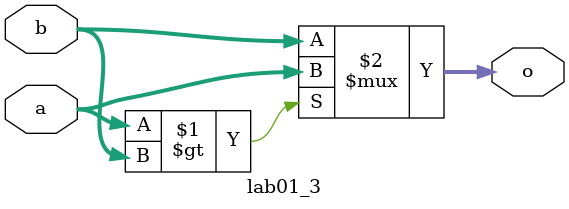
<source format=v>
module lab01_3
(
    input [3:0] a,
    input [3:0] b,

    output [3:0] o
);

assign o = (a>b)? a : b;

endmodule
</source>
